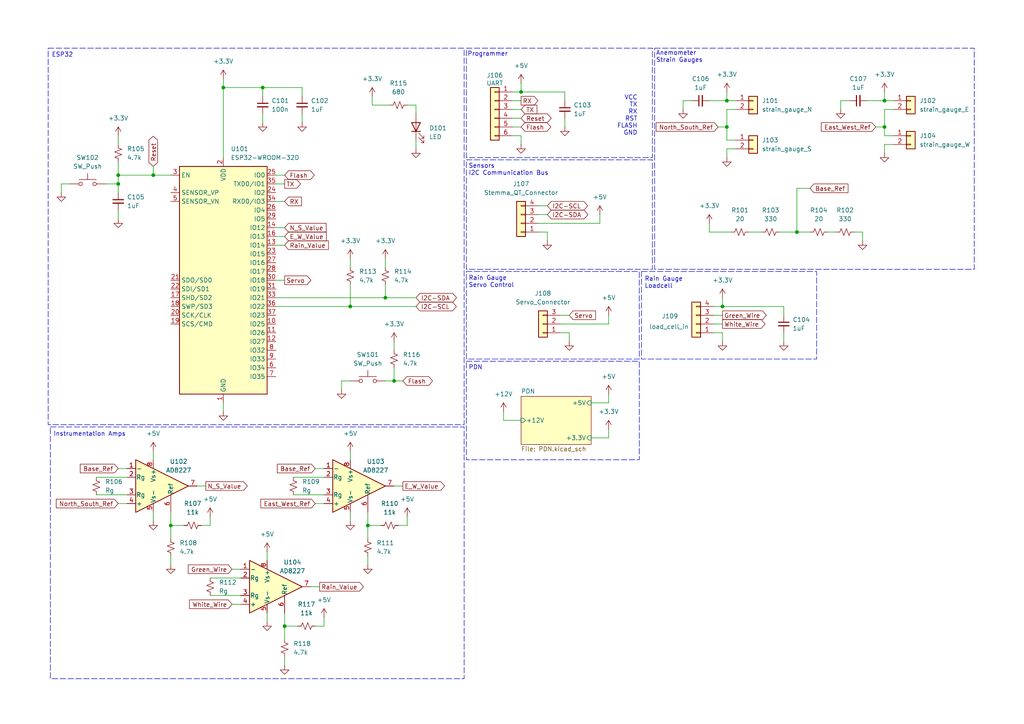
<source format=kicad_sch>
(kicad_sch (version 20250114) (generator "eeschema") (generator_version "9.0")
  (paper "A4")
  (title_block (title "Remote Weather Station") (date "2026-01-22") (rev "V1") (company "Kansas State University") (comment 1 "KSU Mesonent System"))
  (lib_symbols
    (symbol "Amplifier_Instrumentation:AD8236" (pin_names (offset 0.127))
      (property "Reference" "U" (at 3.81 7.62 0))
      (property "Value" "AD8236" (at 3.81 5.08 0))
      (symbol "AD8236_0_1"
        (polyline (pts (xy -7.62 7.62) (xy -7.62 -7.62) (xy 7.62 0) (xy -7.62 7.62)) (stroke (width 0.254)) (fill (type background)))
      )
      (symbol "AD8236_1_1"
        (pin input line (at -10.16 5.08 0) (length 2.54) (name "-") (number "1"))
        (pin passive line (at -10.16 2.54 0) (length 2.54) (name "Rg") (number "2"))
        (pin passive line (at -10.16 -2.54 0) (length 2.54) (name "Rg") (number "3"))
        (pin input line (at -10.16 -5.08 0) (length 2.54) (name "+") (number "4"))
        (pin power_in line (at -2.54 7.62 270) (length 2.54) (name "Vs+") (number "8"))
        (pin power_in line (at -2.54 -7.62 90) (length 2.54) (name "Vs-") (number "5"))
        (pin passive line (at 2.54 -7.62 90) (length 5.08) (name "Ref") (number "6"))
        (pin output line (at 10.16 0 180) (length 2.54) (name "~") (number "7"))
      )
    )
    (symbol "Connector_Generic:Conn_01x02" (pin_names (offset 1.016) (hide yes))
      (property "Reference" "J" (at 0 2.54 0))
      (property "Value" "Conn_01x02" (at 0 -5.08 0))
      (symbol "Conn_01x02_1_1"
        (rectangle (start -1.27 1.27) (end 1.27 -3.81) (stroke (width 0.254)) (fill (type background)))
        (rectangle (start -1.27 0.127) (end 0 -0.127) (stroke (width 0.1524)))
        (rectangle (start -1.27 -2.413) (end 0 -2.667) (stroke (width 0.1524)))
        (pin passive line (at -5.08 0 0) (length 3.81) (name "Pin_1") (number "1"))
        (pin passive line (at -5.08 -2.54 0) (length 3.81) (name "Pin_2") (number "2"))
      )
    )
    (symbol "Connector_Generic:Conn_01x03" (pin_names (offset 1.016) (hide yes))
      (property "Reference" "J" (at 0 5.08 0))
      (property "Value" "Conn_01x03" (at 0 -5.08 0))
      (symbol "Conn_01x03_1_1"
        (rectangle (start -1.27 3.81) (end 1.27 -3.81) (stroke (width 0.254)) (fill (type background)))
        (rectangle (start -1.27 2.667) (end 0 2.413) (stroke (width 0.1524)))
        (rectangle (start -1.27 0.127) (end 0 -0.127) (stroke (width 0.1524)))
        (rectangle (start -1.27 -2.413) (end 0 -2.667) (stroke (width 0.1524)))
        (pin passive line (at -5.08 2.54 0) (length 3.81) (name "Pin_1") (number "1"))
        (pin passive line (at -5.08 0 0) (length 3.81) (name "Pin_2") (number "2"))
        (pin passive line (at -5.08 -2.54 0) (length 3.81) (name "Pin_3") (number "3"))
      )
    )
    (symbol "Connector_Generic:Conn_01x04" (pin_names (offset 1.016) (hide yes))
      (property "Reference" "J" (at 0 5.08 0))
      (property "Value" "Conn_01x04" (at 0 -7.62 0))
      (symbol "Conn_01x04_1_1"
        (rectangle (start -1.27 3.81) (end 1.27 -6.35) (stroke (width 0.254)) (fill (type background)))
        (rectangle (start -1.27 2.667) (end 0 2.413) (stroke (width 0.1524)))
        (rectangle (start -1.27 0.127) (end 0 -0.127) (stroke (width 0.1524)))
        (rectangle (start -1.27 -2.413) (end 0 -2.667) (stroke (width 0.1524)))
        (rectangle (start -1.27 -4.953) (end 0 -5.207) (stroke (width 0.1524)))
        (pin passive line (at -5.08 2.54 0) (length 3.81) (name "Pin_1") (number "1"))
        (pin passive line (at -5.08 0 0) (length 3.81) (name "Pin_2") (number "2"))
        (pin passive line (at -5.08 -2.54 0) (length 3.81) (name "Pin_3") (number "3"))
        (pin passive line (at -5.08 -5.08 0) (length 3.81) (name "Pin_4") (number "4"))
      )
    )
    (symbol "Connector_Generic:Conn_01x06" (pin_names (offset 1.016) (hide yes))
      (property "Reference" "J" (at 0 7.62 0))
      (property "Value" "Conn_01x06" (at 0 -10.16 0))
      (symbol "Conn_01x06_1_1"
        (rectangle (start -1.27 6.35) (end 1.27 -8.89) (stroke (width 0.254)) (fill (type background)))
        (rectangle (start -1.27 5.207) (end 0 4.953) (stroke (width 0.1524)))
        (rectangle (start -1.27 2.667) (end 0 2.413) (stroke (width 0.1524)))
        (rectangle (start -1.27 0.127) (end 0 -0.127) (stroke (width 0.1524)))
        (rectangle (start -1.27 -2.413) (end 0 -2.667) (stroke (width 0.1524)))
        (rectangle (start -1.27 -4.953) (end 0 -5.207) (stroke (width 0.1524)))
        (rectangle (start -1.27 -7.493) (end 0 -7.747) (stroke (width 0.1524)))
        (pin passive line (at -5.08 5.08 0) (length 3.81) (name "Pin_1") (number "1"))
        (pin passive line (at -5.08 2.54 0) (length 3.81) (name "Pin_2") (number "2"))
        (pin passive line (at -5.08 0 0) (length 3.81) (name "Pin_3") (number "3"))
        (pin passive line (at -5.08 -2.54 0) (length 3.81) (name "Pin_4") (number "4"))
        (pin passive line (at -5.08 -5.08 0) (length 3.81) (name "Pin_5") (number "5"))
        (pin passive line (at -5.08 -7.62 0) (length 3.81) (name "Pin_6") (number "6"))
      )
    )
    (symbol "Device:C_Small" (pin_numbers (hide yes)) (pin_names (offset 0.254) (hide yes))
      (property "Reference" "C" (at 0.254 1.778 0))
      (property "Value" "C_Small" (at 0.254 -2.032 0))
      (symbol "C_Small_0_1"
        (polyline (pts (xy -1.524 0.508) (xy 1.524 0.508)) (stroke (width 0.3048)))
        (polyline (pts (xy -1.524 -0.508) (xy 1.524 -0.508)) (stroke (width 0.3302)))
      )
      (symbol "C_Small_1_1"
        (pin passive line (at 0 2.54 270) (length 2.032) (name "~") (number "1"))
        (pin passive line (at 0 -2.54 90) (length 2.032) (name "~") (number "2"))
      )
    )
    (symbol "Device:LED" (pin_numbers (hide yes)) (pin_names (offset 1.016) (hide yes))
      (property "Reference" "D" (at 0 2.54 0))
      (property "Value" "LED" (at 0 -2.54 0))
      (symbol "LED_0_1"
        (polyline (pts (xy -3.048 -0.762) (xy -4.572 -2.286) (xy -3.81 -2.286) (xy -4.572 -2.286) (xy -4.572 -1.524)))
        (polyline (pts (xy -1.778 -0.762) (xy -3.302 -2.286) (xy -2.54 -2.286) (xy -3.302 -2.286) (xy -3.302 -1.524)))
        (polyline (pts (xy -1.27 0) (xy 1.27 0)))
        (polyline (pts (xy -1.27 -1.27) (xy -1.27 1.27)) (stroke (width 0.254)))
        (polyline (pts (xy 1.27 -1.27) (xy 1.27 1.27) (xy -1.27 0) (xy 1.27 -1.27)) (stroke (width 0.254)))
      )
      (symbol "LED_1_1"
        (pin passive line (at -3.81 0 0) (length 2.54) (name "K") (number "1"))
        (pin passive line (at 3.81 0 180) (length 2.54) (name "A") (number "2"))
      )
    )
    (symbol "Device:R_Small_US" (pin_numbers (hide yes)) (pin_names (offset 0.254) (hide yes))
      (property "Reference" "R" (at 0.762 0.508 0))
      (property "Value" "R_Small_US" (at 0.762 -1.016 0))
      (symbol "R_Small_US_1_1"
        (polyline (pts (xy 0 1.524) (xy 1.016 1.143) (xy 0 0.762) (xy -1.016 0.381) (xy 0 0)))
        (polyline (pts (xy 0 0) (xy 1.016 -0.381) (xy 0 -0.762) (xy -1.016 -1.143) (xy 0 -1.524)))
        (pin passive line (at 0 2.54 270) (length 1.016) (name "~") (number "1"))
        (pin passive line (at 0 -2.54 90) (length 1.016) (name "~") (number "2"))
      )
    )
    (symbol "RF_Module:ESP32-WROOM-32D"
      (property "Reference" "U" (at -12.7 34.29 0))
      (property "Value" "ESP32-WROOM-32D" (at 1.27 34.29 0))
      (symbol "ESP32-WROOM-32D_0_1"
        (rectangle (start -12.7 33.02) (end 12.7 -33.02) (stroke (width 0.254)) (fill (type background)))
      )
      (symbol "ESP32-WROOM-32D_1_1"
        (pin input line (at -15.24 30.48 0) (length 2.54) (name "EN") (number "3"))
        (pin input line (at -15.24 25.4 0) (length 2.54) (name "SENSOR_VP") (number "4"))
        (pin input line (at -15.24 22.86 0) (length 2.54) (name "SENSOR_VN") (number "5"))
        (pin bidirectional line (at -15.24 0 0) (length 2.54) (name "SDO/SD0") (number "21"))
        (pin bidirectional line (at -15.24 -2.54 0) (length 2.54) (name "SDI/SD1") (number "22"))
        (pin bidirectional line (at -15.24 -5.08 0) (length 2.54) (name "SHD/SD2") (number "17"))
        (pin bidirectional line (at -15.24 -7.62 0) (length 2.54) (name "SWP/SD3") (number "18"))
        (pin bidirectional line (at -15.24 -10.16 0) (length 2.54) (name "SCK/CLK") (number "20"))
        (pin bidirectional line (at -15.24 -12.7 0) (length 2.54) (name "SCS/CMD") (number "19"))
        (pin no_connect line (at -12.7 -27.94 0) (length 2.54) (hide yes) (name "NC") (number "32"))
        (pin power_in line (at 0 35.56 270) (length 2.54) (name "VDD") (number "2"))
        (pin power_in line (at 0 -35.56 90) (length 2.54) (name "GND") (number "1"))
        (pin passive line (at 0 -35.56 90) (length 2.54) (hide yes) (name "GND") (number "15"))
        (pin passive line (at 0 -35.56 90) (length 2.54) (hide yes) (name "GND") (number "38"))
        (pin passive line (at 0 -35.56 90) (length 2.54) (hide yes) (name "GND") (number "39"))
        (pin bidirectional line (at 15.24 30.48 180) (length 2.54) (name "IO0") (number "25"))
        (pin bidirectional line (at 15.24 27.94 180) (length 2.54) (name "TXD0/IO1") (number "35"))
        (pin bidirectional line (at 15.24 25.4 180) (length 2.54) (name "IO2") (number "24"))
        (pin bidirectional line (at 15.24 22.86 180) (length 2.54) (name "RXD0/IO3") (number "34"))
        (pin bidirectional line (at 15.24 20.32 180) (length 2.54) (name "IO4") (number "26"))
        (pin bidirectional line (at 15.24 17.78 180) (length 2.54) (name "IO5") (number "29"))
        (pin bidirectional line (at 15.24 15.24 180) (length 2.54) (name "IO12") (number "14"))
        (pin bidirectional line (at 15.24 12.7 180) (length 2.54) (name "IO13") (number "16"))
        (pin bidirectional line (at 15.24 10.16 180) (length 2.54) (name "IO14") (number "13"))
        (pin bidirectional line (at 15.24 7.62 180) (length 2.54) (name "IO15") (number "23"))
        (pin bidirectional line (at 15.24 5.08 180) (length 2.54) (name "IO16") (number "27"))
        (pin bidirectional line (at 15.24 2.54 180) (length 2.54) (name "IO17") (number "28"))
        (pin bidirectional line (at 15.24 0 180) (length 2.54) (name "IO18") (number "30"))
        (pin bidirectional line (at 15.24 -2.54 180) (length 2.54) (name "IO19") (number "31"))
        (pin bidirectional line (at 15.24 -5.08 180) (length 2.54) (name "IO21") (number "33"))
        (pin bidirectional line (at 15.24 -7.62 180) (length 2.54) (name "IO22") (number "36"))
        (pin bidirectional line (at 15.24 -10.16 180) (length 2.54) (name "IO23") (number "37"))
        (pin bidirectional line (at 15.24 -12.7 180) (length 2.54) (name "IO25") (number "10"))
        (pin bidirectional line (at 15.24 -15.24 180) (length 2.54) (name "IO26") (number "11"))
        (pin bidirectional line (at 15.24 -17.78 180) (length 2.54) (name "IO27") (number "12"))
        (pin bidirectional line (at 15.24 -20.32 180) (length 2.54) (name "IO32") (number "8"))
        (pin bidirectional line (at 15.24 -22.86 180) (length 2.54) (name "IO33") (number "9"))
        (pin input line (at 15.24 -25.4 180) (length 2.54) (name "IO34") (number "6"))
        (pin input line (at 15.24 -27.94 180) (length 2.54) (name "IO35") (number "7"))
      )
    )
    (symbol "Switch:SW_Push" (pin_numbers (hide yes)) (pin_names (offset 1.016) (hide yes))
      (property "Reference" "SW" (at 1.27 2.54 0))
      (property "Value" "SW_Push" (at 0 -1.524 0))
      (symbol "SW_Push_0_1"
        (circle (center -2.032 0) (radius 0.508))
        (polyline (pts (xy 0 1.27) (xy 0 3.048)))
        (circle (center 2.032 0) (radius 0.508))
        (polyline (pts (xy 2.54 1.27) (xy -2.54 1.27)))
        (pin passive line (at -5.08 0 0) (length 2.54) (name "1") (number "1"))
        (pin passive line (at 5.08 0 180) (length 2.54) (name "2") (number "2"))
      )
    )
    (symbol "power:+12V" (power) (pin_numbers (hide yes)) (pin_names (offset 0) (hide yes))
      (property "Value" "+12V" (at 0 3.556 0))
      (symbol "+12V_0_1"
        (polyline (pts (xy -0.762 1.27) (xy 0 2.54)))
        (polyline (pts (xy 0 2.54) (xy 0.762 1.27)))
        (polyline (pts (xy 0 0) (xy 0 2.54)))
      )
      (symbol "+12V_1_1"
        (pin power_in line (at 0 0 90) (length 0) (name "~") (number "1"))
      )
    )
    (symbol "power:+3.3V" (power) (pin_numbers (hide yes)) (pin_names (offset 0) (hide yes))
      (property "Value" "+3.3V" (at 0 3.556 0))
      (symbol "+3.3V_0_1"
        (polyline (pts (xy -0.762 1.27) (xy 0 2.54)))
        (polyline (pts (xy 0 2.54) (xy 0.762 1.27)))
        (polyline (pts (xy 0 0) (xy 0 2.54)))
      )
      (symbol "+3.3V_1_1"
        (pin power_in line (at 0 0 90) (length 0) (name "~") (number "1"))
      )
    )
    (symbol "power:+5V" (power) (pin_numbers (hide yes)) (pin_names (offset 0) (hide yes))
      (property "Value" "+5V" (at 0 3.556 0))
      (symbol "+5V_0_1"
        (polyline (pts (xy -0.762 1.27) (xy 0 2.54)))
        (polyline (pts (xy 0 2.54) (xy 0.762 1.27)))
        (polyline (pts (xy 0 0) (xy 0 2.54)))
      )
      (symbol "+5V_1_1"
        (pin power_in line (at 0 0 90) (length 0) (name "~") (number "1"))
      )
    )
    (symbol "power:GND" (power) (pin_numbers (hide yes)) (pin_names (offset 0) (hide yes))
      (property "Value" "GND" (at 0 -3.81 0))
      (symbol "GND_0_1"
        (polyline (pts (xy 0 0) (xy 0 -1.27) (xy 1.27 -1.27) (xy 0 -2.54) (xy -1.27 -1.27) (xy 0 -1.27)))
      )
      (symbol "GND_1_1"
        (pin power_in line (at 0 0 270) (length 0) (name "~") (number "1"))
      )
    )
  )
  (rectangle (start 13.97 13.97) (end 134.62 123.19) (stroke (width 0) (type dash)))
  (rectangle (start 135.255 78.74) (end 185.42 104.14) (stroke (width 0) (type dash)))
  (rectangle (start 186.055 78.74) (end 236.855 104.14) (stroke (width 0) (type dash)))
  (rectangle (start 189.865 13.97) (end 282.575 78.105) (stroke (width 0) (type dash)))
  (rectangle (start 135.255 13.97) (end 189.23 45.72) (stroke (width 0) (type dash)))
  (rectangle (start 135.255 104.775) (end 185.42 133.35) (stroke (width 0) (type dash)))
  (rectangle (start 135.255 46.355) (end 189.23 78.105) (stroke (width 0) (type dash)))
  (rectangle (start 14.605 123.825) (end 134.62 196.85) (stroke (width 0) (type dash)))
  (text "PDN" (at 135.89 106.68 0) (effects (font (size 1.27 1.27)) (justify left)))
  (text "VCC\nTX\nRX\nRST\nFLASH\nGND" (at 184.912 33.528 0) (effects (font (size 1.27 1.27)) (justify right)))
  (text "Rain Gauge\nServo Control" (at 135.89 81.788 0) (effects (font (size 1.27 1.27)) (justify left)))
  (text "Programmer" (at 147.32 15.748 0) (effects (font (size 1.27 1.27)) (justify right)))
  (text "Rain Gauge\nLoadcell" (at 186.944 82.042 0) (effects (font (size 1.27 1.27)) (justify left)))
  (text "Sensors\nI2C Communication Bus" (at 135.89 49.276 0) (effects (font (size 1.27 1.27)) (justify left)))
  (text "Instrumentation Amps" (at 15.494 125.984 0) (effects (font (size 1.27 1.27)) (justify left)))
  (text "ESP32" (at 14.986 16.002 0) (effects (font (size 1.27 1.27)) (justify left)))
  (text "Anemometer\nStrain Gauges" (at 190.246 16.51 0) (effects (font (size 1.27 1.27)) (justify left)))
  (junction (at 209.55 88.9))
  (junction (at 49.53 152.4))
  (junction (at 111.76 86.36))
  (junction (at 82.55 181.61))
  (junction (at 101.6 88.9))
  (junction (at 106.68 152.4))
  (junction (at 210.82 29.21))
  (junction (at 210.82 36.83))
  (junction (at 256.54 29.21))
  (junction (at 34.29 53.34))
  (junction (at 34.29 50.8))
  (junction (at 64.77 25.4))
  (junction (at 231.14 67.31))
  (junction (at 151.13 26.67))
  (junction (at 44.45 50.8))
  (junction (at 114.3 110.49))
  (junction (at 256.54 36.83))
  (junction (at 76.2 25.4))
  (wire (pts (xy 93.98 181.61) (xy 93.98 179.07)))
  (wire (pts (xy 111.76 86.36) (xy 120.65 86.36)))
  (wire (pts (xy 148.59 29.21) (xy 151.13 29.21)))
  (wire (pts (xy 243.84 29.21) (xy 243.84 31.75)))
  (wire (pts (xy 115.57 152.4) (xy 118.11 152.4)))
  (wire (pts (xy 27.94 143.51) (xy 36.83 143.51)))
  (wire (pts (xy 87.63 27.94) (xy 87.63 25.4)))
  (wire (pts (xy 101.6 148.59) (xy 101.6 151.13)))
  (wire (pts (xy 162.56 96.52) (xy 165.1 96.52)))
  (wire (pts (xy 158.75 59.69) (xy 156.21 59.69)))
  (wire (pts (xy 76.2 33.02) (xy 76.2 35.56)))
  (wire (pts (xy 99.06 113.03) (xy 99.06 110.49)))
  (wire (pts (xy 60.96 167.64) (xy 69.85 167.64)))
  (wire (pts (xy 156.21 64.77) (xy 173.99 64.77)))
  (wire (pts (xy 30.48 53.34) (xy 34.29 53.34)))
  (wire (pts (xy 256.54 39.37) (xy 259.08 39.37)))
  (wire (pts (xy 207.01 96.52) (xy 209.55 96.52)))
  (wire (pts (xy 163.83 29.21) (xy 163.83 26.67)))
  (wire (pts (xy 231.14 54.61) (xy 231.14 67.31)))
  (wire (pts (xy 80.01 88.9) (xy 101.6 88.9)))
  (wire (pts (xy 209.55 88.9) (xy 207.01 88.9)))
  (wire (pts (xy 106.68 152.4) (xy 106.68 156.21)))
  (wire (pts (xy 251.46 29.21) (xy 256.54 29.21)))
  (wire (pts (xy 256.54 41.91) (xy 256.54 44.45)))
  (wire (pts (xy 176.53 127) (xy 171.45 127)))
  (wire (pts (xy 64.77 116.84) (xy 64.77 119.38)))
  (wire (pts (xy 34.29 50.8) (xy 44.45 50.8)))
  (wire (pts (xy 87.63 33.02) (xy 87.63 35.56)))
  (wire (pts (xy 120.65 30.48) (xy 120.65 33.02)))
  (wire (pts (xy 82.55 190.5) (xy 82.55 193.04)))
  (wire (pts (xy 76.2 25.4) (xy 87.63 25.4)))
  (wire (pts (xy 57.15 140.97) (xy 59.69 140.97)))
  (wire (pts (xy 82.55 181.61) (xy 86.36 181.61)))
  (wire (pts (xy 80.01 53.34) (xy 82.55 53.34)))
  (wire (pts (xy 34.29 39.37) (xy 34.29 41.91)))
  (wire (pts (xy 158.75 62.23) (xy 156.21 62.23)))
  (wire (pts (xy 27.94 138.43) (xy 36.83 138.43)))
  (wire (pts (xy 34.29 135.89) (xy 36.83 135.89)))
  (wire (pts (xy 114.3 99.06) (xy 114.3 101.6)))
  (wire (pts (xy 173.99 64.77) (xy 173.99 62.23)))
  (wire (pts (xy 118.11 30.48) (xy 120.65 30.48)))
  (wire (pts (xy 256.54 31.75) (xy 256.54 36.83)))
  (wire (pts (xy 44.45 48.26) (xy 44.45 50.8)))
  (wire (pts (xy 67.31 175.26) (xy 69.85 175.26)))
  (wire (pts (xy 44.45 148.59) (xy 44.45 151.13)))
  (wire (pts (xy 107.95 27.94) (xy 107.95 30.48)))
  (wire (pts (xy 207.01 93.98) (xy 209.55 93.98)))
  (wire (pts (xy 111.76 74.93) (xy 111.76 77.47)))
  (wire (pts (xy 49.53 152.4) (xy 53.34 152.4)))
  (wire (pts (xy 176.53 124.46) (xy 176.53 127)))
  (wire (pts (xy 80.01 66.04) (xy 82.55 66.04)))
  (wire (pts (xy 210.82 36.83) (xy 210.82 40.64)))
  (wire (pts (xy 256.54 29.21) (xy 259.08 29.21)))
  (wire (pts (xy 148.59 34.29) (xy 151.13 34.29)))
  (wire (pts (xy 80.01 81.28) (xy 82.55 81.28)))
  (wire (pts (xy 64.77 22.86) (xy 64.77 25.4)))
  (wire (pts (xy 207.01 91.44) (xy 209.55 91.44)))
  (wire (pts (xy 49.53 148.59) (xy 49.53 152.4)))
  (wire (pts (xy 227.33 88.9) (xy 227.33 91.44)))
  (wire (pts (xy 49.53 152.4) (xy 49.53 156.21)))
  (wire (pts (xy 198.12 29.21) (xy 198.12 31.75)))
  (wire (pts (xy 210.82 31.75) (xy 210.82 36.83)))
  (wire (pts (xy 106.68 161.29) (xy 106.68 163.83)))
  (wire (pts (xy 259.08 31.75) (xy 256.54 31.75)))
  (wire (pts (xy 77.47 160.02) (xy 77.47 162.56)))
  (wire (pts (xy 34.29 60.96) (xy 34.29 63.5)))
  (wire (pts (xy 146.05 121.92) (xy 151.13 121.92)))
  (wire (pts (xy 101.6 130.81) (xy 101.6 133.35)))
  (wire (pts (xy 101.6 82.55) (xy 101.6 88.9)))
  (wire (pts (xy 176.53 91.44) (xy 176.53 93.98)))
  (wire (pts (xy 165.1 96.52) (xy 165.1 99.06)))
  (wire (pts (xy 114.3 110.49) (xy 116.84 110.49)))
  (wire (pts (xy 163.83 26.67) (xy 151.13 26.67)))
  (wire (pts (xy 91.44 146.05) (xy 93.98 146.05)))
  (wire (pts (xy 156.21 67.31) (xy 158.75 67.31)))
  (wire (pts (xy 80.01 50.8) (xy 82.55 50.8)))
  (wire (pts (xy 148.59 36.83) (xy 151.13 36.83)))
  (wire (pts (xy 226.06 67.31) (xy 231.14 67.31)))
  (wire (pts (xy 114.3 140.97) (xy 116.84 140.97)))
  (wire (pts (xy 205.74 29.21) (xy 210.82 29.21)))
  (wire (pts (xy 247.65 67.31) (xy 250.19 67.31)))
  (wire (pts (xy 67.31 165.1) (xy 69.85 165.1)))
  (wire (pts (xy 91.44 181.61) (xy 93.98 181.61)))
  (wire (pts (xy 44.45 130.81) (xy 44.45 133.35)))
  (wire (pts (xy 210.82 29.21) (xy 213.36 29.21)))
  (wire (pts (xy 210.82 43.18) (xy 213.36 43.18)))
  (wire (pts (xy 171.45 116.84) (xy 176.53 116.84)))
  (wire (pts (xy 209.55 88.9) (xy 227.33 88.9)))
  (wire (pts (xy 259.08 41.91) (xy 256.54 41.91)))
  (wire (pts (xy 34.29 46.99) (xy 34.29 50.8)))
  (wire (pts (xy 114.3 110.49) (xy 114.3 106.68)))
  (wire (pts (xy 213.36 31.75) (xy 210.82 31.75)))
  (wire (pts (xy 34.29 146.05) (xy 36.83 146.05)))
  (wire (pts (xy 76.2 27.94) (xy 76.2 25.4)))
  (wire (pts (xy 151.13 24.13) (xy 151.13 26.67)))
  (wire (pts (xy 120.65 40.64) (xy 120.65 43.18)))
  (wire (pts (xy 58.42 152.4) (xy 60.96 152.4)))
  (wire (pts (xy 240.03 67.31) (xy 242.57 67.31)))
  (wire (pts (xy 148.59 39.37) (xy 151.13 39.37)))
  (wire (pts (xy 91.44 135.89) (xy 93.98 135.89)))
  (wire (pts (xy 209.55 96.52) (xy 209.55 99.06)))
  (wire (pts (xy 17.78 53.34) (xy 20.32 53.34)))
  (wire (pts (xy 64.77 25.4) (xy 76.2 25.4)))
  (wire (pts (xy 254 36.83) (xy 256.54 36.83)))
  (wire (pts (xy 256.54 36.83) (xy 256.54 39.37)))
  (wire (pts (xy 80.01 58.42) (xy 82.55 58.42)))
  (wire (pts (xy 162.56 91.44) (xy 165.1 91.44)))
  (wire (pts (xy 176.53 116.84) (xy 176.53 114.3)))
  (wire (pts (xy 210.82 40.64) (xy 213.36 40.64)))
  (wire (pts (xy 208.28 36.83) (xy 210.82 36.83)))
  (wire (pts (xy 158.75 67.31) (xy 158.75 69.85)))
  (wire (pts (xy 80.01 68.58) (xy 82.55 68.58)))
  (wire (pts (xy 231.14 67.31) (xy 234.95 67.31)))
  (wire (pts (xy 205.74 64.77) (xy 205.74 67.31)))
  (wire (pts (xy 118.11 152.4) (xy 118.11 149.86)))
  (wire (pts (xy 256.54 26.67) (xy 256.54 29.21)))
  (wire (pts (xy 82.55 177.8) (xy 82.55 181.61)))
  (wire (pts (xy 200.66 29.21) (xy 198.12 29.21)))
  (wire (pts (xy 101.6 74.93) (xy 101.6 77.47)))
  (wire (pts (xy 106.68 148.59) (xy 106.68 152.4)))
  (wire (pts (xy 101.6 88.9) (xy 120.65 88.9)))
  (wire (pts (xy 17.78 55.88) (xy 17.78 53.34)))
  (wire (pts (xy 80.01 86.36) (xy 111.76 86.36)))
  (wire (pts (xy 146.05 119.38) (xy 146.05 121.92)))
  (wire (pts (xy 85.09 138.43) (xy 93.98 138.43)))
  (wire (pts (xy 205.74 67.31) (xy 212.09 67.31)))
  (wire (pts (xy 250.19 67.31) (xy 250.19 69.85)))
  (wire (pts (xy 246.38 29.21) (xy 243.84 29.21)))
  (wire (pts (xy 106.68 152.4) (xy 110.49 152.4)))
  (wire (pts (xy 107.95 30.48) (xy 113.03 30.48)))
  (wire (pts (xy 85.09 143.51) (xy 93.98 143.51)))
  (wire (pts (xy 151.13 39.37) (xy 151.13 41.91)))
  (wire (pts (xy 210.82 45.72) (xy 210.82 43.18)))
  (wire (pts (xy 77.47 177.8) (xy 77.47 180.34)))
  (wire (pts (xy 210.82 26.67) (xy 210.82 29.21)))
  (wire (pts (xy 60.96 152.4) (xy 60.96 149.86)))
  (wire (pts (xy 34.29 50.8) (xy 34.29 53.34)))
  (wire (pts (xy 82.55 181.61) (xy 82.55 185.42)))
  (wire (pts (xy 217.17 67.31) (xy 220.98 67.31)))
  (wire (pts (xy 34.29 53.34) (xy 34.29 55.88)))
  (wire (pts (xy 64.77 25.4) (xy 64.77 45.72)))
  (wire (pts (xy 111.76 82.55) (xy 111.76 86.36)))
  (wire (pts (xy 60.96 172.72) (xy 69.85 172.72)))
  (wire (pts (xy 176.53 93.98) (xy 162.56 93.98)))
  (wire (pts (xy 99.06 110.49) (xy 101.6 110.49)))
  (wire (pts (xy 148.59 31.75) (xy 151.13 31.75)))
  (wire (pts (xy 80.01 71.12) (xy 82.55 71.12)))
  (wire (pts (xy 49.53 161.29) (xy 49.53 163.83)))
  (wire (pts (xy 90.17 170.18) (xy 92.71 170.18)))
  (wire (pts (xy 44.45 50.8) (xy 49.53 50.8)))
  (wire (pts (xy 163.83 34.29) (xy 163.83 36.83)))
  (wire (pts (xy 209.55 86.36) (xy 209.55 88.9)))
  (wire (pts (xy 148.59 26.67) (xy 151.13 26.67)))
  (wire (pts (xy 111.76 110.49) (xy 114.3 110.49)))
  (wire (pts (xy 227.33 96.52) (xy 227.33 99.06)))
  (wire (pts (xy 234.95 54.61) (xy 231.14 54.61)))
  (global_label "Rain_Value" (shape output) (at 92.71 170.18 0) (property "Intersheetrefs" "${INTERSHEET_REFS}" (effects (hide yes))))
  (global_label "RX" (shape input) (at 82.55 58.42 0) (property "Intersheetrefs" "${INTERSHEET_REFS}" (effects (hide yes))))
  (global_label "Servo" (shape input) (at 165.1 91.44 0) (property "Intersheetrefs" "${INTERSHEET_REFS}" (effects (hide yes))))
  (global_label "I2C-SCL" (shape bidirectional) (at 158.75 59.69 0) (property "Intersheetrefs" "${INTERSHEET_REFS}" (effects (hide yes))))
  (global_label "Green_Wire" (shape output) (at 209.55 91.44 0) (property "Intersheetrefs" "${INTERSHEET_REFS}" (effects (hide yes))))
  (global_label "Base_Ref" (shape input) (at 234.95 54.61 0) (property "Intersheetrefs" "${INTERSHEET_REFS}" (effects (hide yes))))
  (global_label "Flash" (shape bidirectional) (at 151.13 36.83 0) (property "Intersheetrefs" "${INTERSHEET_REFS}" (effects (hide yes))))
  (global_label "TX" (shape input) (at 151.13 31.75 0) (property "Intersheetrefs" "${INTERSHEET_REFS}" (effects (hide yes))))
  (global_label "Flash" (shape bidirectional) (at 82.55 50.8 0) (property "Intersheetrefs" "${INTERSHEET_REFS}" (effects (hide yes))))
  (global_label "N_S_Value" (shape input) (at 82.55 66.04 0) (property "Intersheetrefs" "${INTERSHEET_REFS}" (effects (hide yes))))
  (global_label "Servo" (shape output) (at 82.55 81.28 0) (property "Intersheetrefs" "${INTERSHEET_REFS}" (effects (hide yes))))
  (global_label "N_S_Value" (shape output) (at 59.69 140.97 0) (property "Intersheetrefs" "${INTERSHEET_REFS}" (effects (hide yes))))
  (global_label "Green_Wire" (shape input) (at 67.31 165.1 180) (property "Intersheetrefs" "${INTERSHEET_REFS}" (effects (hide yes))))
  (global_label "North_South_Ref" (shape input) (at 208.28 36.83 180) (property "Intersheetrefs" "${INTERSHEET_REFS}" (effects (hide yes))))
  (global_label "White_Wire" (shape output) (at 209.55 93.98 0) (property "Intersheetrefs" "${INTERSHEET_REFS}" (effects (hide yes))))
  (global_label "East_West_Ref" (shape input) (at 254 36.83 180) (property "Intersheetrefs" "${INTERSHEET_REFS}" (effects (hide yes))))
  (global_label "North_South_Ref" (shape input) (at 34.29 146.05 180) (property "Intersheetrefs" "${INTERSHEET_REFS}" (effects (hide yes))))
  (global_label "Reset" (shape bidirectional) (at 44.45 48.26 90) (property "Intersheetrefs" "${INTERSHEET_REFS}" (effects (hide yes))))
  (global_label "White_Wire" (shape input) (at 67.31 175.26 180) (property "Intersheetrefs" "${INTERSHEET_REFS}" (effects (hide yes))))
  (global_label "East_West_Ref" (shape input) (at 91.44 146.05 180) (property "Intersheetrefs" "${INTERSHEET_REFS}" (effects (hide yes))))
  (global_label "E_W_Value" (shape input) (at 82.55 68.58 0) (property "Intersheetrefs" "${INTERSHEET_REFS}" (effects (hide yes))))
  (global_label "E_W_Value" (shape output) (at 116.84 140.97 0) (property "Intersheetrefs" "${INTERSHEET_REFS}" (effects (hide yes))))
  (global_label "Flash" (shape bidirectional) (at 116.84 110.49 0) (property "Intersheetrefs" "${INTERSHEET_REFS}" (effects (hide yes))))
  (global_label "I2C-SDA" (shape bidirectional) (at 120.65 86.36 0) (property "Intersheetrefs" "${INTERSHEET_REFS}" (effects (hide yes))))
  (global_label "Reset" (shape bidirectional) (at 151.13 34.29 0) (property "Intersheetrefs" "${INTERSHEET_REFS}" (effects (hide yes))))
  (global_label "TX" (shape output) (at 82.55 53.34 0) (property "Intersheetrefs" "${INTERSHEET_REFS}" (effects (hide yes))))
  (global_label "Rain_Value" (shape input) (at 82.55 71.12 0) (property "Intersheetrefs" "${INTERSHEET_REFS}" (effects (hide yes))))
  (global_label "I2C-SCL" (shape bidirectional) (at 120.65 88.9 0) (property "Intersheetrefs" "${INTERSHEET_REFS}" (effects (hide yes))))
  (global_label "I2C-SDA" (shape bidirectional) (at 158.75 62.23 0) (property "Intersheetrefs" "${INTERSHEET_REFS}" (effects (hide yes))))
  (global_label "RX" (shape output) (at 151.13 29.21 0) (property "Intersheetrefs" "${INTERSHEET_REFS}" (effects (hide yes))))
  (global_label "Base_Ref" (shape input) (at 34.29 135.89 180) (property "Intersheetrefs" "${INTERSHEET_REFS}" (effects (hide yes))))
  (global_label "Base_Ref" (shape input) (at 91.44 135.89 180) (property "Intersheetrefs" "${INTERSHEET_REFS}" (effects (hide yes))))
  (symbol (lib_id "power:GND") (at 87.63 35.56 0) (unit 1)
    (property "Reference" "#PWR0112" (effects (hide yes)))
    (property "Value" "GND" (effects (hide yes)))
    (property "Description" "Power symbol creates a global label with name \"GND\" , ground" (effects (hide yes)))
  )
  (symbol (lib_id "power:+3.3V") (at 111.76 74.93 0) (unit 1)
    (property "Reference" "#PWR0120" (effects (hide yes)))
    (property "Value" "+3.3V" (at 111.76 69.85 0))
    (property "Description" "Power symbol creates a global label with name \"+3.3V\"" (effects (hide yes)))
  )
  (symbol (lib_id "power:GND") (at 76.2 35.56 0) (unit 1)
    (property "Reference" "#PWR0111" (effects (hide yes)))
    (property "Value" "GND" (effects (hide yes)))
    (property "Description" "Power symbol creates a global label with name \"GND\" , ground" (effects (hide yes)))
  )
  (symbol (lib_id "Device:C_Small") (at 34.29 58.42 0) (unit 1)
    (property "Reference" "C105" (at 36.83 57.1562 0) (effects (justify left)))
    (property "Value" "1uF" (at 36.83 59.6962 0) (effects (justify left)))
    (property "Description" "Unpolarized capacitor, small symbol" (effects (hide yes)))
  )
  (symbol (lib_id "power:GND") (at 49.53 163.83 0) (unit 1)
    (property "Reference" "#PWR0134" (effects (hide yes)))
    (property "Value" "GND" (effects (hide yes)))
    (property "Description" "Power symbol creates a global label with name \"GND\" , ground" (effects (hide yes)))
  )
  (symbol (lib_id "power:+5V") (at 118.11 149.86 0) (unit 1)
    (property "Reference" "#PWR0137" (effects (hide yes)))
    (property "Value" "+5V" (at 118.11 144.78 0))
    (property "Description" "Power symbol creates a global label with name \"+5V\"" (effects (hide yes)))
  )
  (symbol (lib_id "Connector_Generic:Conn_01x04") (at 151.13 64.77 180) (unit 1)
    (property "Reference" "J107" (at 151.13 53.34 0))
    (property "Value" "Stemma_QT_Connector" (at 151.13 55.88 0))
    (property "Description" "Generic connector, single row, 01x04, script generated (kicad-library-utils/schlib/autogen/connector/)" (effects (hide yes)))
  )
  (symbol (lib_id "Device:R_Small_US") (at 214.63 67.31 270) (unit 1)
    (property "Reference" "R101" (at 214.63 60.96 90))
    (property "Value" "20" (at 214.63 63.5 90))
    (property "Description" "Resistor, small US symbol" (effects (hide yes)))
  )
  (symbol (lib_id "power:GND") (at 198.12 31.75 0) (unit 1)
    (property "Reference" "#PWR0114" (effects (hide yes)))
    (property "Value" "GND" (effects (hide yes)))
    (property "Description" "Power symbol creates a global label with name \"GND\" , ground" (effects (hide yes)))
  )
  (symbol (lib_id "power:+3.3V") (at 209.55 86.36 0) (unit 1)
    (property "Reference" "#PWR0110" (effects (hide yes)))
    (property "Value" "+3.3V" (at 209.55 81.28 0))
    (property "Description" "Power symbol creates a global label with name \"+3.3V\"" (effects (hide yes)))
  )
  (symbol (lib_id "Connector_Generic:Conn_01x02") (at 218.44 40.64 0) (unit 1)
    (property "Reference" "J103" (at 220.98 40.6399 0) (effects (justify left)))
    (property "Value" "strain_gauge_S" (at 220.98 43.1799 0) (effects (justify left)))
    (property "Description" "Generic connector, single row, 01x02, script generated (kicad-library-utils/schlib/autogen/connector/)" (effects (hide yes)))
  )
  (symbol (lib_id "power:GND") (at 256.54 44.45 0) (unit 1)
    (property "Reference" "#PWR0106" (effects (hide yes)))
    (property "Value" "GND" (effects (hide yes)))
    (property "Description" "Power symbol creates a global label with name \"GND\" , ground" (effects (hide yes)))
  )
  (symbol (lib_id "power:GND") (at 106.68 163.83 0) (unit 1)
    (property "Reference" "#PWR0139" (effects (hide yes)))
    (property "Value" "GND" (effects (hide yes)))
    (property "Description" "Power symbol creates a global label with name \"GND\" , ground" (effects (hide yes)))
  )
  (symbol (lib_id "power:+5V") (at 173.99 62.23 0) (unit 1)
    (property "Reference" "#PWR0130" (effects (hide yes)))
    (property "Value" "+5V" (at 173.99 57.15 0))
    (property "Description" "Power symbol creates a global label with name \"+5V\"" (effects (hide yes)))
  )
  (symbol (lib_id "Device:R_Small_US") (at 106.68 158.75 0) (unit 1)
    (property "Reference" "R111" (at 109.22 157.4799 0) (effects (justify left)))
    (property "Value" "4.7k" (at 109.22 160.0199 0) (effects (justify left)))
    (property "Description" "Resistor, small US symbol" (effects (hide yes)))
  )
  (symbol (lib_id "Device:R_Small_US") (at 55.88 152.4 270) (unit 1)
    (property "Reference" "R107" (at 55.88 146.05 90))
    (property "Value" "11k" (at 55.88 148.59 90))
    (property "Description" "Resistor, small US symbol" (effects (hide yes)))
  )
  (symbol (lib_id "Amplifier_Instrumentation:AD8236") (at 46.99 140.97 0) (unit 1)
    (property "Reference" "U102" (at 51.816 133.858 0))
    (property "Value" "AD8227" (at 51.816 136.398 0))
    (property "Datasheet" "https://www.analog.com/media/en/technical-documentation/data-sheets/AD8236.pdf" (effects (hide yes)))
    (property "Description" "Single 40 μA Micropower Instrumentation Amplifier with Zero Crossover Distortion, MSOP-8" (effects (hide yes)))
  )
  (symbol (lib_id "Device:R_Small_US") (at 27.94 140.97 0) (unit 1)
    (property "Reference" "R106" (at 30.48 139.6999 0) (effects (justify left)))
    (property "Value" "Rg" (at 30.48 142.2399 0) (effects (justify left)))
    (property "Description" "Resistor, small US symbol" (effects (hide yes)))
  )
  (symbol (lib_id "power:+5V") (at 151.13 24.13 0) (unit 1)
    (property "Reference" "#PWR0121" (effects (hide yes)))
    (property "Value" "+5V" (at 151.13 19.05 0))
    (property "Description" "Power symbol creates a global label with name \"+5V\"" (effects (hide yes)))
  )
  (symbol (lib_id "Device:R_Small_US") (at 85.09 140.97 0) (unit 1)
    (property "Reference" "R109" (at 87.63 139.6999 0) (effects (justify left)))
    (property "Value" "Rg" (at 87.63 142.2399 0) (effects (justify left)))
    (property "Description" "Resistor, small US symbol" (effects (hide yes)))
  )
  (symbol (lib_id "Device:C_Small") (at 76.2 30.48 0) (unit 1)
    (property "Reference" "C101" (at 78.74 29.2162 0) (effects (justify left)))
    (property "Value" "100n" (at 78.74 31.7562 0) (effects (justify left)))
    (property "Description" "Unpolarized capacitor, small symbol" (effects (hide yes)))
  )
  (symbol (lib_id "Connector_Generic:Conn_01x02") (at 218.44 29.21 0) (unit 1)
    (property "Reference" "J101" (at 220.98 29.2099 0) (effects (justify left)))
    (property "Value" "strain_gauge_N" (at 220.98 31.7499 0) (effects (justify left)))
    (property "Description" "Generic connector, single row, 01x02, script generated (kicad-library-utils/schlib/autogen/connector/)" (effects (hide yes)))
  )
  (symbol (lib_id "power:GND") (at 64.77 119.38 0) (unit 1)
    (property "Reference" "#PWR0101" (effects (hide yes)))
    (property "Value" "GND" (effects (hide yes)))
    (property "Description" "Power symbol creates a global label with name \"GND\" , ground" (effects (hide yes)))
  )
  (symbol (lib_id "Device:R_Small_US") (at 223.52 67.31 270) (unit 1)
    (property "Reference" "R103" (at 223.52 60.96 90))
    (property "Value" "330" (at 223.52 63.5 90))
    (property "Description" "Resistor, small US symbol" (effects (hide yes)))
  )
  (symbol (lib_id "power:+3.3V") (at 256.54 26.67 0) (unit 1)
    (property "Reference" "#PWR0105" (effects (hide yes)))
    (property "Value" "+3.3V" (at 256.54 21.59 0))
    (property "Description" "Power symbol creates a global label with name \"+3.3V\"" (effects (hide yes)))
  )
  (symbol (lib_id "power:GND") (at 34.29 63.5 0) (unit 1)
    (property "Reference" "#PWR0116" (effects (hide yes)))
    (property "Value" "GND" (effects (hide yes)))
    (property "Description" "Power symbol creates a global label with name \"GND\" , ground" (effects (hide yes)))
  )
  (symbol (lib_id "power:GND") (at 17.78 55.88 0) (unit 1)
    (property "Reference" "#PWR0129" (effects (hide yes)))
    (property "Value" "GND" (effects (hide yes)))
    (property "Description" "Power symbol creates a global label with name \"GND\" , ground" (effects (hide yes)))
  )
  (symbol (lib_id "power:+5V") (at 176.53 91.44 0) (unit 1)
    (property "Reference" "#PWR0131" (effects (hide yes)))
    (property "Value" "+5V" (at 176.53 86.36 0))
    (property "Description" "Power symbol creates a global label with name \"+5V\"" (effects (hide yes)))
  )
  (symbol (lib_id "power:+5V") (at 176.53 114.3 0) (unit 1)
    (property "Reference" "#PWR0144" (effects (hide yes)))
    (property "Value" "+5V" (at 176.53 109.22 0))
    (property "Description" "Power symbol creates a global label with name \"+5V\"" (effects (hide yes)))
  )
  (symbol (lib_id "Device:C_Small") (at 248.92 29.21 90) (unit 1)
    (property "Reference" "C107" (at 248.9263 22.86 90))
    (property "Value" "1uF" (at 248.9263 25.4 90))
    (property "Description" "Unpolarized capacitor, small symbol" (effects (hide yes)))
  )
  (symbol (lib_id "power:GND") (at 101.6 151.13 0) (unit 1)
    (property "Reference" "#PWR0138" (effects (hide yes)))
    (property "Value" "GND" (effects (hide yes)))
    (property "Description" "Power symbol creates a global label with name \"GND\" , ground" (effects (hide yes)))
  )
  (symbol (lib_id "power:GND") (at 209.55 99.06 0) (unit 1)
    (property "Reference" "#PWR0109" (effects (hide yes)))
    (property "Value" "GND" (effects (hide yes)))
    (property "Description" "Power symbol creates a global label with name \"GND\" , ground" (effects (hide yes)))
  )
  (symbol (lib_id "power:GND") (at 165.1 99.06 0) (unit 1)
    (property "Reference" "#PWR0132" (effects (hide yes)))
    (property "Value" "GND" (effects (hide yes)))
    (property "Description" "Power symbol creates a global label with name \"GND\" , ground" (effects (hide yes)))
  )
  (symbol (lib_id "power:GND") (at 163.83 36.83 0) (unit 1)
    (property "Reference" "#PWR0122" (effects (hide yes)))
    (property "Value" "GND" (effects (hide yes)))
    (property "Description" "Power symbol creates a global label with name \"GND\" , ground" (effects (hide yes)))
  )
  (symbol (lib_id "Device:R_Small_US") (at 88.9 181.61 270) (unit 1)
    (property "Reference" "R117" (at 88.9 175.26 90))
    (property "Value" "11k" (at 88.9 177.8 90))
    (property "Description" "Resistor, small US symbol" (effects (hide yes)))
  )
  (symbol (lib_id "power:GND") (at 227.33 99.06 0) (unit 1)
    (property "Reference" "#PWR0113" (effects (hide yes)))
    (property "Value" "GND" (effects (hide yes)))
    (property "Description" "Power symbol creates a global label with name \"GND\" , ground" (effects (hide yes)))
  )
  (symbol (lib_id "Amplifier_Instrumentation:AD8236") (at 104.14 140.97 0) (unit 1)
    (property "Reference" "U103" (at 108.966 133.858 0))
    (property "Value" "AD8227" (at 108.966 136.398 0))
    (property "Datasheet" "https://www.analog.com/media/en/technical-documentation/data-sheets/AD8236.pdf" (effects (hide yes)))
    (property "Description" "Single 40 μA Micropower Instrumentation Amplifier with Zero Crossover Distortion, MSOP-8" (effects (hide yes)))
  )
  (symbol (lib_id "power:GND") (at 243.84 31.75 0) (unit 1)
    (property "Reference" "#PWR0117" (effects (hide yes)))
    (property "Value" "GND" (effects (hide yes)))
    (property "Description" "Power symbol creates a global label with name \"GND\" , ground" (effects (hide yes)))
  )
  (symbol (lib_id "power:+3.3V") (at 64.77 22.86 0) (unit 1)
    (property "Reference" "#PWR0102" (effects (hide yes)))
    (property "Value" "+3.3V" (at 64.77 17.78 0))
    (property "Description" "Power symbol creates a global label with name \"+3.3V\"" (effects (hide yes)))
  )
  (symbol (lib_id "Device:R_Small_US") (at 114.3 104.14 0) (unit 1)
    (property "Reference" "R116" (at 116.84 102.8699 0) (effects (justify left)))
    (property "Value" "4.7k" (at 116.84 105.4099 0) (effects (justify left)))
    (property "Description" "Resistor, small US symbol" (effects (hide yes)))
    (property "JLCPCB#" "C21190" (effects (hide yes)))
  )
  (symbol (lib_id "power:GND") (at 120.65 43.18 0) (unit 1)
    (property "Reference" "#PWR0125" (effects (hide yes)))
    (property "Value" "GND" (effects (hide yes)))
    (property "Description" "Power symbol creates a global label with name \"GND\" , ground" (effects (hide yes)))
  )
  (symbol (lib_id "power:+3.3V") (at 176.53 124.46 0) (unit 1)
    (property "Reference" "#PWR0145" (effects (hide yes)))
    (property "Value" "+3.3V" (at 176.53 119.38 0))
    (property "Description" "Power symbol creates a global label with name \"+3.3V\"" (effects (hide yes)))
  )
  (symbol (lib_id "power:GND") (at 99.06 113.03 0) (unit 1)
    (property "Reference" "#PWR0127" (effects (hide yes)))
    (property "Value" "GND" (effects (hide yes)))
    (property "Description" "Power symbol creates a global label with name \"GND\" , ground" (effects (hide yes)))
  )
  (symbol (lib_id "Device:R_Small_US") (at 115.57 30.48 90) (unit 1)
    (property "Reference" "R115" (at 115.57 24.13 90))
    (property "Value" "680" (at 115.57 26.67 90))
    (property "Description" "Resistor, small US symbol" (effects (hide yes)))
  )
  (symbol (lib_id "power:+3.3V") (at 34.29 39.37 0) (unit 1)
    (property "Reference" "#PWR0115" (effects (hide yes)))
    (property "Value" "+3.3V" (at 34.29 34.29 0))
    (property "Description" "Power symbol creates a global label with name \"+3.3V\"" (effects (hide yes)))
  )
  (symbol (lib_id "Device:R_Small_US") (at 60.96 170.18 0) (unit 1)
    (property "Reference" "R112" (at 63.5 168.9099 0) (effects (justify left)))
    (property "Value" "Rg" (at 63.5 171.4499 0) (effects (justify left)))
    (property "Description" "Resistor, small US symbol" (effects (hide yes)))
  )
  (symbol (lib_id "RF_Module:ESP32-WROOM-32D") (at 64.77 81.28 0) (unit 1)
    (property "Reference" "U101" (at 66.9133 43.18 0) (effects (justify left)))
    (property "Value" "ESP32-WROOM-32D" (at 66.9133 45.72 0) (effects (justify left)))
    (property "Footprint" "RF_Module:ESP32-WROOM-32D" (effects (hide yes)))
    (property "Datasheet" "https://www.espressif.com/sites/default/files/documentation/esp32-wroom-32d_esp32-wroom-32u_datasheet_en.pdf" (effects (hide yes)))
    (property "Description" "RF Module, ESP32-D0WD SoC, Wi-Fi 802.11b/g/n, Bluetooth, BLE, 32-bit, 2.7-3.6V, onboard antenna, SMD" (effects (hide yes)))
  )
  (symbol (lib_id "Device:C_Small") (at 163.83 31.75 0) (unit 1)
    (property "Reference" "C103" (at 166.37 30.4862 0) (effects (justify left)))
    (property "Value" "1uF" (at 166.37 33.0262 0) (effects (justify left)))
    (property "Description" "Unpolarized capacitor, small symbol" (effects (hide yes)))
  )
  (symbol (lib_id "power:GND") (at 210.82 45.72 0) (unit 1)
    (property "Reference" "#PWR0104" (effects (hide yes)))
    (property "Value" "GND" (effects (hide yes)))
    (property "Description" "Power symbol creates a global label with name \"GND\" , ground" (effects (hide yes)))
  )
  (symbol (lib_id "power:GND") (at 77.47 180.34 0) (unit 1)
    (property "Reference" "#PWR0142" (effects (hide yes)))
    (property "Value" "GND" (effects (hide yes)))
    (property "Description" "Power symbol creates a global label with name \"GND\" , ground" (effects (hide yes)))
  )
  (symbol (lib_id "power:GND") (at 250.19 69.85 0) (unit 1)
    (property "Reference" "#PWR0108" (effects (hide yes)))
    (property "Value" "GND" (effects (hide yes)))
    (property "Description" "Power symbol creates a global label with name \"GND\" , ground" (effects (hide yes)))
  )
  (symbol (lib_id "power:GND") (at 44.45 151.13 0) (unit 1)
    (property "Reference" "#PWR0118" (effects (hide yes)))
    (property "Value" "GND" (effects (hide yes)))
    (property "Description" "Power symbol creates a global label with name \"GND\" , ground" (effects (hide yes)))
  )
  (symbol (lib_id "power:+3.3V") (at 205.74 64.77 0) (unit 1)
    (property "Reference" "#PWR0107" (effects (hide yes)))
    (property "Value" "+3.3V" (at 205.74 59.69 0))
    (property "Description" "Power symbol creates a global label with name \"+3.3V\"" (effects (hide yes)))
  )
  (symbol (lib_id "Device:LED") (at 120.65 36.83 90) (unit 1)
    (property "Reference" "D101" (at 124.46 37.1474 90) (effects (justify right)))
    (property "Value" "LED" (at 124.46 39.6874 90) (effects (justify right)))
    (property "Description" "Light emitting diode" (effects (hide yes)))
    (property "Sim.Pins" "1=K 2=A" (effects (hide yes)))
  )
  (symbol (lib_id "Device:R_Small_US") (at 34.29 44.45 0) (unit 1)
    (property "Reference" "R105" (at 36.83 43.1799 0) (effects (justify left)))
    (property "Value" "4.7k" (at 36.83 45.7199 0) (effects (justify left)))
    (property "Description" "Resistor, small US symbol" (effects (hide yes)))
  )
  (symbol (lib_id "Device:C_Small") (at 203.2 29.21 90) (unit 1)
    (property "Reference" "C106" (at 203.2063 22.86 90))
    (property "Value" "1uF" (at 203.2063 25.4 90))
    (property "Description" "Unpolarized capacitor, small symbol" (effects (hide yes)))
  )
  (symbol (lib_id "Device:R_Small_US") (at 101.6 80.01 0) (unit 1)
    (property "Reference" "R113" (at 104.14 78.7399 0) (effects (justify left)))
    (property "Value" "4.7k" (at 104.14 81.2799 0) (effects (justify left)))
    (property "Description" "Resistor, small US symbol" (effects (hide yes)))
  )
  (symbol (lib_id "Switch:SW_Push") (at 106.68 110.49 0) (unit 1)
    (property "Reference" "SW101" (at 106.68 102.87 0))
    (property "Value" "SW_Push" (at 106.68 105.41 0))
    (property "Footprint" "button:TS-1088-AR02016" (effects (hide yes)))
    (property "Description" "Push button switch, generic, two pins" (effects (hide yes)))
    (property "JLCPCB#" " C720477" (effects (hide yes)))
  )
  (symbol (lib_id "power:+5V") (at 93.98 179.07 0) (unit 1)
    (property "Reference" "#PWR0141" (effects (hide yes)))
    (property "Value" "+5V" (at 93.98 173.99 0))
    (property "Description" "Power symbol creates a global label with name \"+5V\"" (effects (hide yes)))
  )
  (symbol (lib_id "Device:R_Small_US") (at 82.55 187.96 0) (unit 1)
    (property "Reference" "R118" (at 85.09 186.6899 0) (effects (justify left)))
    (property "Value" "4.7k" (at 85.09 189.2299 0) (effects (justify left)))
    (property "Description" "Resistor, small US symbol" (effects (hide yes)))
  )
  (symbol (lib_id "power:GND") (at 82.55 193.04 0) (unit 1)
    (property "Reference" "#PWR0143" (effects (hide yes)))
    (property "Value" "GND" (effects (hide yes)))
    (property "Description" "Power symbol creates a global label with name \"GND\" , ground" (effects (hide yes)))
  )
  (symbol (lib_id "power:+3.3V") (at 107.95 27.94 0) (unit 1)
    (property "Reference" "#PWR0124" (effects (hide yes)))
    (property "Value" "+3.3V" (at 107.95 22.86 0))
    (property "Description" "Power symbol creates a global label with name \"+3.3V\"" (effects (hide yes)))
  )
  (symbol (lib_id "Device:C_Small") (at 87.63 30.48 0) (unit 1)
    (property "Reference" "C102" (at 90.17 29.2162 0) (effects (justify left)))
    (property "Value" "1uF" (at 90.17 31.7562 0) (effects (justify left)))
    (property "Description" "Unpolarized capacitor, small symbol" (effects (hide yes)))
  )
  (symbol (lib_id "Device:R_Small_US") (at 245.11 67.31 270) (unit 1)
    (property "Reference" "R102" (at 245.11 60.96 90))
    (property "Value" "330" (at 245.11 63.5 90))
    (property "Description" "Resistor, small US symbol" (effects (hide yes)))
  )
  (symbol (lib_id "power:+5V") (at 60.96 149.86 0) (unit 1)
    (property "Reference" "#PWR0135" (effects (hide yes)))
    (property "Value" "+5V" (at 60.96 144.78 0))
    (property "Description" "Power symbol creates a global label with name \"+5V\"" (effects (hide yes)))
  )
  (symbol (lib_id "power:+3.3V") (at 114.3 99.06 0) (unit 1)
    (property "Reference" "#PWR0126" (effects (hide yes)))
    (property "Value" "+3.3V" (at 114.3 93.98 0))
    (property "Description" "Power symbol creates a global label with name \"+3.3V\"" (effects (hide yes)))
  )
  (symbol (lib_id "power:+12V") (at 146.05 119.38 0) (unit 1)
    (property "Reference" "#PWR0146" (effects (hide yes)))
    (property "Value" "+12V" (at 146.05 114.3 0))
    (property "Description" "Power symbol creates a global label with name \"+12V\"" (effects (hide yes)))
  )
  (symbol (lib_id "power:+5V") (at 44.45 130.81 0) (unit 1)
    (property "Reference" "#PWR0133" (effects (hide yes)))
    (property "Value" "+5V" (at 44.45 125.73 0))
    (property "Description" "Power symbol creates a global label with name \"+5V\"" (effects (hide yes)))
  )
  (symbol (lib_id "Device:R_Small_US") (at 237.49 67.31 270) (unit 1)
    (property "Reference" "R104" (at 237.49 60.96 90))
    (property "Value" "20" (at 237.49 63.5 90))
    (property "Description" "Resistor, small US symbol" (effects (hide yes)))
  )
  (symbol (lib_id "Device:C_Small") (at 227.33 93.98 0) (unit 1)
    (property "Reference" "C104" (at 229.87 92.7162 0) (effects (justify left)))
    (property "Value" "1uF" (at 229.87 95.2562 0) (effects (justify left)))
    (property "Description" "Unpolarized capacitor, small symbol" (effects (hide yes)))
  )
  (symbol (lib_id "Connector_Generic:Conn_01x06") (at 143.51 31.75 0) (mirror y) (unit 1)
    (property "Reference" "J106" (at 143.51 21.844 0))
    (property "Value" "UART" (at 143.51 24.13 0))
    (property "Description" "Generic connector, single row, 01x06, script generated (kicad-library-utils/schlib/autogen/connector/)" (effects (hide yes)))
  )
  (symbol (lib_id "power:+5V") (at 101.6 130.81 0) (unit 1)
    (property "Reference" "#PWR0136" (effects (hide yes)))
    (property "Value" "+5V" (at 101.6 125.73 0))
    (property "Description" "Power symbol creates a global label with name \"+5V\"" (effects (hide yes)))
  )
  (symbol (lib_id "Connector_Generic:Conn_01x03") (at 157.48 93.98 180) (unit 1)
    (property "Reference" "J108" (at 157.48 85.09 0))
    (property "Value" "Servo_Connector" (at 157.48 87.63 0))
    (property "Description" "Generic connector, single row, 01x03, script generated (kicad-library-utils/schlib/autogen/connector/)" (effects (hide yes)))
  )
  (symbol (lib_id "power:+3.3V") (at 210.82 26.67 0) (unit 1)
    (property "Reference" "#PWR0103" (effects (hide yes)))
    (property "Value" "+3.3V" (at 210.82 21.59 0))
    (property "Description" "Power symbol creates a global label with name \"+3.3V\"" (effects (hide yes)))
  )
  (symbol (lib_id "Device:R_Small_US") (at 113.03 152.4 270) (unit 1)
    (property "Reference" "R110" (at 113.03 146.05 90))
    (property "Value" "11k" (at 113.03 148.59 90))
    (property "Description" "Resistor, small US symbol" (effects (hide yes)))
  )
  (symbol (lib_id "Connector_Generic:Conn_01x02") (at 264.16 39.37 0) (unit 1)
    (property "Reference" "J104" (at 266.7 39.3699 0) (effects (justify left)))
    (property "Value" "strain_gauge_W" (at 266.7 41.9099 0) (effects (justify left)))
    (property "Description" "Generic connector, single row, 01x02, script generated (kicad-library-utils/schlib/autogen/connector/)" (effects (hide yes)))
  )
  (symbol (lib_id "Connector_Generic:Conn_01x02") (at 264.16 29.21 0) (unit 1)
    (property "Reference" "J102" (at 266.7 29.2099 0) (effects (justify left)))
    (property "Value" "strain_gauge_E" (at 266.7 31.7499 0) (effects (justify left)))
    (property "Description" "Generic connector, single row, 01x02, script generated (kicad-library-utils/schlib/autogen/connector/)" (effects (hide yes)))
  )
  (symbol (lib_id "Amplifier_Instrumentation:AD8236") (at 80.01 170.18 0) (unit 1)
    (property "Reference" "U104" (at 84.836 163.068 0))
    (property "Value" "AD8227" (at 84.836 165.608 0))
    (property "Datasheet" "https://www.analog.com/media/en/technical-documentation/data-sheets/AD8236.pdf" (effects (hide yes)))
    (property "Description" "Single 40 μA Micropower Instrumentation Amplifier with Zero Crossover Distortion, MSOP-8" (effects (hide yes)))
  )
  (symbol (lib_id "power:+5V") (at 77.47 160.02 0) (unit 1)
    (property "Reference" "#PWR0140" (effects (hide yes)))
    (property "Value" "+5V" (at 77.47 154.94 0))
    (property "Description" "Power symbol creates a global label with name \"+5V\"" (effects (hide yes)))
  )
  (symbol (lib_id "power:+3.3V") (at 101.6 74.93 0) (unit 1)
    (property "Reference" "#PWR0119" (effects (hide yes)))
    (property "Value" "+3.3V" (at 101.6 69.85 0))
    (property "Description" "Power symbol creates a global label with name \"+3.3V\"" (effects (hide yes)))
  )
  (symbol (lib_id "Device:R_Small_US") (at 49.53 158.75 0) (unit 1)
    (property "Reference" "R108" (at 52.07 157.4799 0) (effects (justify left)))
    (property "Value" "4.7k" (at 52.07 160.0199 0) (effects (justify left)))
    (property "Description" "Resistor, small US symbol" (effects (hide yes)))
  )
  (symbol (lib_id "power:GND") (at 151.13 41.91 0) (unit 1)
    (property "Reference" "#PWR0123" (effects (hide yes)))
    (property "Value" "GND" (effects (hide yes)))
    (property "Description" "Power symbol creates a global label with name \"GND\" , ground" (effects (hide yes)))
  )
  (symbol (lib_id "Device:R_Small_US") (at 111.76 80.01 0) (unit 1)
    (property "Reference" "R114" (at 114.3 78.7399 0) (effects (justify left)))
    (property "Value" "4.7k" (at 114.3 81.2799 0) (effects (justify left)))
    (property "Description" "Resistor, small US symbol" (effects (hide yes)))
  )
  (symbol (lib_id "power:GND") (at 158.75 69.85 0) (unit 1)
    (property "Reference" "#PWR0128" (effects (hide yes)))
    (property "Value" "GND" (effects (hide yes)))
    (property "Description" "Power symbol creates a global label with name \"GND\" , ground" (effects (hide yes)))
  )
  (symbol (lib_id "Switch:SW_Push") (at 25.4 53.34 0) (unit 1)
    (property "Reference" "SW102" (at 25.4 45.72 0))
    (property "Value" "SW_Push" (at 25.4 48.26 0))
    (property "Footprint" "button:TS-1088-AR02016" (effects (hide yes)))
    (property "Description" "Push button switch, generic, two pins" (effects (hide yes)))
    (property "JLCPCB#" " C720477" (effects (hide yes)))
  )
  (symbol (lib_id "Connector_Generic:Conn_01x04") (at 201.93 93.98 180) (unit 1)
    (property "Reference" "J109" (at 194.31 91.694 0))
    (property "Value" "load_cell_in" (at 194.056 94.742 0))
    (property "Description" "Generic connector, single row, 01x04, script generated (kicad-library-utils/schlib/autogen/connector/)" (effects (hide yes)))
  )
  (sheet (at 151.13 114.935) (size 20.32 13.97) (stroke (width 0.1524)) (fill (color 255 255 194 1.0000))
    (property "Sheetname" "PDN" (at 151.13 114.2234 0) (effects (justify left bottom)))
    (property "Sheetfile" "PDN.kicad_sch" (at 151.13 129.4896 0) (effects (justify left top)))
    (pin "+12V" input (at 151.13 121.92 180))
    (pin "+5V" input (at 171.45 116.84 0))
    (pin "+3.3V" input (at 171.45 127 0))
  )
)
</source>
